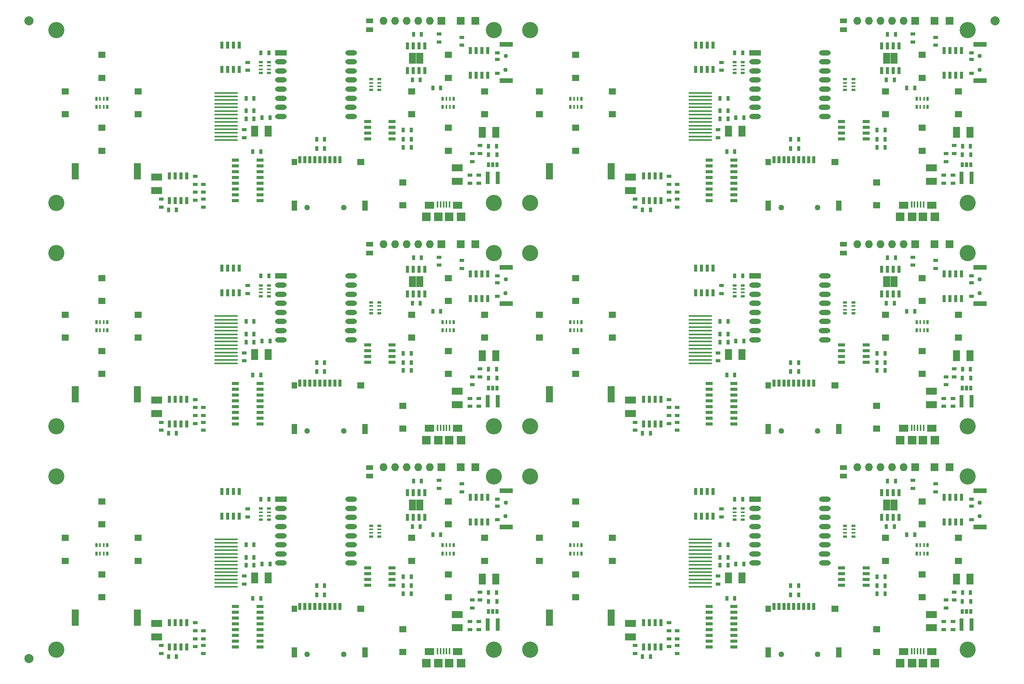
<source format=gbr>
G04 #@! TF.FileFunction,Soldermask,Top*
%FSLAX46Y46*%
G04 Gerber Fmt 4.6, Leading zero omitted, Abs format (unit mm)*
G04 Created by KiCad (PCBNEW 4.0.4-snap1-stable) date Fri May 24 02:00:32 2019*
%MOMM*%
%LPD*%
G01*
G04 APERTURE LIST*
%ADD10C,0.150000*%
%ADD11R,1.750000X1.750000*%
%ADD12O,1.750000X1.750000*%
%ADD13R,2.450000X1.510000*%
%ADD14R,1.510000X2.450000*%
%ADD15R,1.050000X0.720000*%
%ADD16R,0.650000X1.600000*%
%ADD17R,0.700000X1.110000*%
%ADD18R,0.720000X1.050000*%
%ADD19R,0.850000X2.750000*%
%ADD20R,1.650000X1.250000*%
%ADD21R,1.550000X1.020000*%
%ADD22R,2.150000X1.650000*%
%ADD23R,1.950000X1.950000*%
%ADD24R,0.450000X1.400000*%
%ADD25R,1.850000X1.950000*%
%ADD26R,2.850000X1.050000*%
%ADD27R,1.050000X0.750000*%
%ADD28C,0.950000*%
%ADD29R,0.850000X0.550000*%
%ADD30R,0.850000X0.450000*%
%ADD31R,2.550000X1.150000*%
%ADD32O,2.550000X1.150000*%
%ADD33R,1.600000X0.650000*%
%ADD34R,1.650000X3.650000*%
%ADD35C,1.250000*%
%ADD36R,0.750000X1.650000*%
%ADD37R,0.650000X1.650000*%
%ADD38R,1.250000X2.250000*%
%ADD39R,1.650000X1.450000*%
%ADD40R,1.150000X1.450000*%
%ADD41R,0.550000X0.850000*%
%ADD42R,0.450000X0.850000*%
%ADD43R,1.550000X1.450000*%
%ADD44R,1.550000X0.650000*%
%ADD45R,5.050000X0.450000*%
%ADD46C,3.550000*%
%ADD47C,2.000000*%
G04 APERTURE END LIST*
D10*
D11*
X193750000Y-70000000D03*
X197000000Y-70000000D03*
X189500000Y-70000000D03*
D12*
X186960000Y-70000000D03*
X184420000Y-70000000D03*
X181880000Y-70000000D03*
X179340000Y-70000000D03*
X176800000Y-70000000D03*
D13*
X193000000Y-105230000D03*
X193000000Y-102270000D03*
D14*
X198520000Y-94500000D03*
X201480000Y-94500000D03*
D15*
X197750000Y-105625000D03*
X197750000Y-103875000D03*
X195750000Y-105625000D03*
X195750000Y-103875000D03*
D16*
X199655000Y-76550000D03*
X198385000Y-76550000D03*
X197115000Y-76550000D03*
X195845000Y-76550000D03*
X195845000Y-81950000D03*
X197115000Y-81950000D03*
X198385000Y-81950000D03*
X199655000Y-81950000D03*
D15*
X194000000Y-75375000D03*
X194000000Y-73625000D03*
D17*
X199800000Y-101600000D03*
X200750000Y-101600000D03*
X201700000Y-101600000D03*
X201700000Y-99400000D03*
X199800000Y-99400000D03*
D15*
X196250000Y-99125000D03*
X196250000Y-100875000D03*
X198000000Y-99125000D03*
X198000000Y-97375000D03*
D18*
X199875000Y-97500000D03*
X201625000Y-97500000D03*
D15*
X189000000Y-72875000D03*
X189000000Y-74625000D03*
D19*
X201850000Y-104500000D03*
X199650000Y-104500000D03*
D16*
X182095000Y-80950000D03*
X183365000Y-80950000D03*
X184635000Y-80950000D03*
X185905000Y-80950000D03*
X185905000Y-75550000D03*
X184635000Y-75550000D03*
X183365000Y-75550000D03*
X182095000Y-75550000D03*
D20*
X184800000Y-77650000D03*
X183200000Y-77650000D03*
X184800000Y-78850000D03*
X183200000Y-78850000D03*
D21*
X173750000Y-71955000D03*
X173750000Y-70045000D03*
D18*
X183125000Y-83000000D03*
X184875000Y-83000000D03*
X183375000Y-73000000D03*
X185125000Y-73000000D03*
D22*
X186900000Y-110450000D03*
X193100000Y-110450000D03*
D23*
X188800000Y-113000000D03*
X191200000Y-113000000D03*
D24*
X188700000Y-110325000D03*
X189350000Y-110325000D03*
X190000000Y-110325000D03*
X190650000Y-110325000D03*
X191300000Y-110325000D03*
D25*
X186200000Y-113000000D03*
X193800000Y-113000000D03*
D26*
X203700000Y-83100000D03*
D27*
X201800000Y-81500000D03*
X201800000Y-77000000D03*
X201800000Y-78500000D03*
D26*
X203700000Y-75150000D03*
D28*
X203600000Y-80750000D03*
X203650000Y-77750000D03*
D29*
X149850000Y-79050000D03*
D30*
X149850000Y-80650000D03*
X149850000Y-79850000D03*
D29*
X149850000Y-81450000D03*
D30*
X151650000Y-79850000D03*
D29*
X151650000Y-79050000D03*
D30*
X151650000Y-80650000D03*
D29*
X151650000Y-81450000D03*
X175900000Y-85200000D03*
D30*
X175900000Y-83600000D03*
X175900000Y-84400000D03*
D29*
X175900000Y-82800000D03*
D30*
X174100000Y-84400000D03*
D29*
X174100000Y-85200000D03*
D30*
X174100000Y-83600000D03*
D29*
X174100000Y-82800000D03*
D18*
X149875000Y-77000000D03*
X151625000Y-77000000D03*
X187625000Y-84750000D03*
X189375000Y-84750000D03*
D14*
X148520000Y-94250000D03*
X151480000Y-94250000D03*
D18*
X150125000Y-91250000D03*
X151875000Y-91250000D03*
D31*
X154300000Y-77000000D03*
D32*
X154300000Y-79000000D03*
X154300000Y-81000000D03*
X154300000Y-83000000D03*
X154300000Y-85000000D03*
X154300000Y-87000000D03*
X154300000Y-89000000D03*
X154300000Y-91000000D03*
X169700000Y-91000000D03*
X169600000Y-89000000D03*
X169700000Y-87000000D03*
X169700000Y-85000000D03*
X169700000Y-83000000D03*
X169700000Y-81000000D03*
X169700000Y-79000000D03*
X169700000Y-77000000D03*
D15*
X147000000Y-79125000D03*
X147000000Y-80875000D03*
D16*
X145155000Y-75300000D03*
X143885000Y-75300000D03*
X142615000Y-75300000D03*
X141345000Y-75300000D03*
X141345000Y-80700000D03*
X142615000Y-80700000D03*
X143885000Y-80700000D03*
X145155000Y-80700000D03*
D18*
X182875000Y-94000000D03*
X181125000Y-94000000D03*
X182875000Y-96000000D03*
X181125000Y-96000000D03*
X182875000Y-97750000D03*
X181125000Y-97750000D03*
D33*
X173300000Y-92095000D03*
X173300000Y-93365000D03*
X173300000Y-94635000D03*
X173300000Y-95905000D03*
X178700000Y-95905000D03*
X178700000Y-94635000D03*
X178700000Y-93365000D03*
X178700000Y-92095000D03*
D18*
X129625000Y-111500000D03*
X131375000Y-111500000D03*
D15*
X135500000Y-105875000D03*
X135500000Y-104125000D03*
X135500000Y-109375000D03*
X135500000Y-107625000D03*
X137250000Y-107625000D03*
X137250000Y-105875000D03*
X137250000Y-109125000D03*
X137250000Y-110875000D03*
D13*
X127000000Y-104270000D03*
X127000000Y-107230000D03*
D15*
X128000000Y-110875000D03*
X128000000Y-109125000D03*
D16*
X129845000Y-109450000D03*
X131115000Y-109450000D03*
X132385000Y-109450000D03*
X133655000Y-109450000D03*
X133655000Y-104050000D03*
X132385000Y-104050000D03*
X131115000Y-104050000D03*
X129845000Y-104050000D03*
D34*
X122800000Y-103000000D03*
X109200000Y-103000000D03*
D18*
X162125000Y-96000000D03*
X163875000Y-96000000D03*
X162125000Y-98000000D03*
X163875000Y-98000000D03*
D35*
X160070000Y-111000000D03*
X168050000Y-111000000D03*
D36*
X167250000Y-100500000D03*
X166150000Y-100500000D03*
X165050000Y-100500000D03*
X163950000Y-100500000D03*
X162850000Y-100500000D03*
X161750000Y-100500000D03*
X160650000Y-100500000D03*
X159550000Y-100500000D03*
D37*
X158450000Y-100500000D03*
D38*
X172750000Y-110600000D03*
X157250000Y-110600000D03*
D39*
X171850000Y-101000000D03*
D40*
X157250000Y-101000000D03*
D41*
X116200000Y-87100000D03*
D42*
X114600000Y-87100000D03*
X115400000Y-87100000D03*
D41*
X113800000Y-87100000D03*
D42*
X115400000Y-88900000D03*
D41*
X116200000Y-88900000D03*
D42*
X114600000Y-88900000D03*
D41*
X113800000Y-88900000D03*
X192200000Y-87100000D03*
D42*
X190600000Y-87100000D03*
X191400000Y-87100000D03*
D41*
X189800000Y-87100000D03*
D42*
X191400000Y-88900000D03*
D41*
X192200000Y-88900000D03*
D42*
X190600000Y-88900000D03*
D41*
X189800000Y-88900000D03*
D43*
X115000000Y-77500000D03*
X115000000Y-82500000D03*
X123000000Y-85500000D03*
X123000000Y-90500000D03*
X107000000Y-85500000D03*
X107000000Y-90500000D03*
X115000000Y-93500000D03*
X115000000Y-98500000D03*
X191000000Y-93500000D03*
X191000000Y-98500000D03*
X199000000Y-85500000D03*
X199000000Y-90500000D03*
X191000000Y-77500000D03*
X191000000Y-82500000D03*
X183000000Y-85500000D03*
X183000000Y-90500000D03*
X181000000Y-105500000D03*
X181000000Y-110500000D03*
D18*
X148125000Y-98750000D03*
X149875000Y-98750000D03*
D44*
X144300000Y-100555000D03*
X144300000Y-101825000D03*
X144300000Y-103095000D03*
X144300000Y-104365000D03*
X144300000Y-105635000D03*
X144300000Y-106905000D03*
X144300000Y-108175000D03*
X144300000Y-109445000D03*
X149700000Y-109445000D03*
X149700000Y-108175000D03*
X149700000Y-106905000D03*
X149700000Y-105635000D03*
X149700000Y-104365000D03*
X149700000Y-103095000D03*
X149700000Y-101825000D03*
X149700000Y-100555000D03*
D15*
X146250000Y-95625000D03*
X146250000Y-93875000D03*
D18*
X148375000Y-91500000D03*
X146625000Y-91500000D03*
X148375000Y-89750000D03*
X146625000Y-89750000D03*
X148375000Y-87000000D03*
X146625000Y-87000000D03*
D45*
X142300000Y-85800000D03*
X142300000Y-86600000D03*
X142300000Y-87400000D03*
X142300000Y-88200000D03*
X142300000Y-89000000D03*
X142300000Y-89800000D03*
X142300000Y-90600000D03*
X142300000Y-91400000D03*
X142300000Y-92200000D03*
X142300000Y-93000000D03*
X142300000Y-93800000D03*
X142300000Y-94600000D03*
X142300000Y-95400000D03*
X142300000Y-96200000D03*
D46*
X105000000Y-72000000D03*
X105000000Y-110000000D03*
X201000000Y-72000000D03*
X201000000Y-110000000D03*
D11*
X297750000Y-70000000D03*
X301000000Y-70000000D03*
X293500000Y-70000000D03*
D12*
X290960000Y-70000000D03*
X288420000Y-70000000D03*
X285880000Y-70000000D03*
X283340000Y-70000000D03*
X280800000Y-70000000D03*
D13*
X297000000Y-105230000D03*
X297000000Y-102270000D03*
D14*
X302520000Y-94500000D03*
X305480000Y-94500000D03*
D15*
X301750000Y-105625000D03*
X301750000Y-103875000D03*
X299750000Y-105625000D03*
X299750000Y-103875000D03*
D16*
X303655000Y-76550000D03*
X302385000Y-76550000D03*
X301115000Y-76550000D03*
X299845000Y-76550000D03*
X299845000Y-81950000D03*
X301115000Y-81950000D03*
X302385000Y-81950000D03*
X303655000Y-81950000D03*
D15*
X298000000Y-75375000D03*
X298000000Y-73625000D03*
D17*
X303800000Y-101600000D03*
X304750000Y-101600000D03*
X305700000Y-101600000D03*
X305700000Y-99400000D03*
X303800000Y-99400000D03*
D15*
X300250000Y-99125000D03*
X300250000Y-100875000D03*
X302000000Y-99125000D03*
X302000000Y-97375000D03*
D18*
X303875000Y-97500000D03*
X305625000Y-97500000D03*
D15*
X293000000Y-72875000D03*
X293000000Y-74625000D03*
D19*
X305850000Y-104500000D03*
X303650000Y-104500000D03*
D16*
X286095000Y-80950000D03*
X287365000Y-80950000D03*
X288635000Y-80950000D03*
X289905000Y-80950000D03*
X289905000Y-75550000D03*
X288635000Y-75550000D03*
X287365000Y-75550000D03*
X286095000Y-75550000D03*
D20*
X288800000Y-77650000D03*
X287200000Y-77650000D03*
X288800000Y-78850000D03*
X287200000Y-78850000D03*
D21*
X277750000Y-71955000D03*
X277750000Y-70045000D03*
D18*
X287125000Y-83000000D03*
X288875000Y-83000000D03*
X287375000Y-73000000D03*
X289125000Y-73000000D03*
D22*
X290900000Y-110450000D03*
X297100000Y-110450000D03*
D23*
X292800000Y-113000000D03*
X295200000Y-113000000D03*
D24*
X292700000Y-110325000D03*
X293350000Y-110325000D03*
X294000000Y-110325000D03*
X294650000Y-110325000D03*
X295300000Y-110325000D03*
D25*
X290200000Y-113000000D03*
X297800000Y-113000000D03*
D26*
X307700000Y-83100000D03*
D27*
X305800000Y-81500000D03*
X305800000Y-77000000D03*
X305800000Y-78500000D03*
D26*
X307700000Y-75150000D03*
D28*
X307600000Y-80750000D03*
X307650000Y-77750000D03*
D29*
X253850000Y-79050000D03*
D30*
X253850000Y-80650000D03*
X253850000Y-79850000D03*
D29*
X253850000Y-81450000D03*
D30*
X255650000Y-79850000D03*
D29*
X255650000Y-79050000D03*
D30*
X255650000Y-80650000D03*
D29*
X255650000Y-81450000D03*
X279900000Y-85200000D03*
D30*
X279900000Y-83600000D03*
X279900000Y-84400000D03*
D29*
X279900000Y-82800000D03*
D30*
X278100000Y-84400000D03*
D29*
X278100000Y-85200000D03*
D30*
X278100000Y-83600000D03*
D29*
X278100000Y-82800000D03*
D18*
X253875000Y-77000000D03*
X255625000Y-77000000D03*
X291625000Y-84750000D03*
X293375000Y-84750000D03*
D14*
X252520000Y-94250000D03*
X255480000Y-94250000D03*
D18*
X254125000Y-91250000D03*
X255875000Y-91250000D03*
D31*
X258300000Y-77000000D03*
D32*
X258300000Y-79000000D03*
X258300000Y-81000000D03*
X258300000Y-83000000D03*
X258300000Y-85000000D03*
X258300000Y-87000000D03*
X258300000Y-89000000D03*
X258300000Y-91000000D03*
X273700000Y-91000000D03*
X273600000Y-89000000D03*
X273700000Y-87000000D03*
X273700000Y-85000000D03*
X273700000Y-83000000D03*
X273700000Y-81000000D03*
X273700000Y-79000000D03*
X273700000Y-77000000D03*
D15*
X251000000Y-79125000D03*
X251000000Y-80875000D03*
D16*
X249155000Y-75300000D03*
X247885000Y-75300000D03*
X246615000Y-75300000D03*
X245345000Y-75300000D03*
X245345000Y-80700000D03*
X246615000Y-80700000D03*
X247885000Y-80700000D03*
X249155000Y-80700000D03*
D18*
X286875000Y-94000000D03*
X285125000Y-94000000D03*
X286875000Y-96000000D03*
X285125000Y-96000000D03*
X286875000Y-97750000D03*
X285125000Y-97750000D03*
D33*
X277300000Y-92095000D03*
X277300000Y-93365000D03*
X277300000Y-94635000D03*
X277300000Y-95905000D03*
X282700000Y-95905000D03*
X282700000Y-94635000D03*
X282700000Y-93365000D03*
X282700000Y-92095000D03*
D18*
X233625000Y-111500000D03*
X235375000Y-111500000D03*
D15*
X239500000Y-105875000D03*
X239500000Y-104125000D03*
X239500000Y-109375000D03*
X239500000Y-107625000D03*
X241250000Y-107625000D03*
X241250000Y-105875000D03*
X241250000Y-109125000D03*
X241250000Y-110875000D03*
D13*
X231000000Y-104270000D03*
X231000000Y-107230000D03*
D15*
X232000000Y-110875000D03*
X232000000Y-109125000D03*
D16*
X233845000Y-109450000D03*
X235115000Y-109450000D03*
X236385000Y-109450000D03*
X237655000Y-109450000D03*
X237655000Y-104050000D03*
X236385000Y-104050000D03*
X235115000Y-104050000D03*
X233845000Y-104050000D03*
D34*
X226800000Y-103000000D03*
X213200000Y-103000000D03*
D18*
X266125000Y-96000000D03*
X267875000Y-96000000D03*
X266125000Y-98000000D03*
X267875000Y-98000000D03*
D35*
X264070000Y-111000000D03*
X272050000Y-111000000D03*
D36*
X271250000Y-100500000D03*
X270150000Y-100500000D03*
X269050000Y-100500000D03*
X267950000Y-100500000D03*
X266850000Y-100500000D03*
X265750000Y-100500000D03*
X264650000Y-100500000D03*
X263550000Y-100500000D03*
D37*
X262450000Y-100500000D03*
D38*
X276750000Y-110600000D03*
X261250000Y-110600000D03*
D39*
X275850000Y-101000000D03*
D40*
X261250000Y-101000000D03*
D41*
X220200000Y-87100000D03*
D42*
X218600000Y-87100000D03*
X219400000Y-87100000D03*
D41*
X217800000Y-87100000D03*
D42*
X219400000Y-88900000D03*
D41*
X220200000Y-88900000D03*
D42*
X218600000Y-88900000D03*
D41*
X217800000Y-88900000D03*
X296200000Y-87100000D03*
D42*
X294600000Y-87100000D03*
X295400000Y-87100000D03*
D41*
X293800000Y-87100000D03*
D42*
X295400000Y-88900000D03*
D41*
X296200000Y-88900000D03*
D42*
X294600000Y-88900000D03*
D41*
X293800000Y-88900000D03*
D43*
X219000000Y-77500000D03*
X219000000Y-82500000D03*
X227000000Y-85500000D03*
X227000000Y-90500000D03*
X211000000Y-85500000D03*
X211000000Y-90500000D03*
X219000000Y-93500000D03*
X219000000Y-98500000D03*
X295000000Y-93500000D03*
X295000000Y-98500000D03*
X303000000Y-85500000D03*
X303000000Y-90500000D03*
X295000000Y-77500000D03*
X295000000Y-82500000D03*
X287000000Y-85500000D03*
X287000000Y-90500000D03*
X285000000Y-105500000D03*
X285000000Y-110500000D03*
D18*
X252125000Y-98750000D03*
X253875000Y-98750000D03*
D44*
X248300000Y-100555000D03*
X248300000Y-101825000D03*
X248300000Y-103095000D03*
X248300000Y-104365000D03*
X248300000Y-105635000D03*
X248300000Y-106905000D03*
X248300000Y-108175000D03*
X248300000Y-109445000D03*
X253700000Y-109445000D03*
X253700000Y-108175000D03*
X253700000Y-106905000D03*
X253700000Y-105635000D03*
X253700000Y-104365000D03*
X253700000Y-103095000D03*
X253700000Y-101825000D03*
X253700000Y-100555000D03*
D15*
X250250000Y-95625000D03*
X250250000Y-93875000D03*
D18*
X252375000Y-91500000D03*
X250625000Y-91500000D03*
X252375000Y-89750000D03*
X250625000Y-89750000D03*
X252375000Y-87000000D03*
X250625000Y-87000000D03*
D45*
X246300000Y-85800000D03*
X246300000Y-86600000D03*
X246300000Y-87400000D03*
X246300000Y-88200000D03*
X246300000Y-89000000D03*
X246300000Y-89800000D03*
X246300000Y-90600000D03*
X246300000Y-91400000D03*
X246300000Y-92200000D03*
X246300000Y-93000000D03*
X246300000Y-93800000D03*
X246300000Y-94600000D03*
X246300000Y-95400000D03*
X246300000Y-96200000D03*
D46*
X209000000Y-72000000D03*
X209000000Y-110000000D03*
X305000000Y-72000000D03*
X305000000Y-110000000D03*
D11*
X193750000Y-119000000D03*
X197000000Y-119000000D03*
X189500000Y-119000000D03*
D12*
X186960000Y-119000000D03*
X184420000Y-119000000D03*
X181880000Y-119000000D03*
X179340000Y-119000000D03*
X176800000Y-119000000D03*
D13*
X193000000Y-154230000D03*
X193000000Y-151270000D03*
D14*
X198520000Y-143500000D03*
X201480000Y-143500000D03*
D15*
X197750000Y-154625000D03*
X197750000Y-152875000D03*
X195750000Y-154625000D03*
X195750000Y-152875000D03*
D16*
X199655000Y-125550000D03*
X198385000Y-125550000D03*
X197115000Y-125550000D03*
X195845000Y-125550000D03*
X195845000Y-130950000D03*
X197115000Y-130950000D03*
X198385000Y-130950000D03*
X199655000Y-130950000D03*
D15*
X194000000Y-124375000D03*
X194000000Y-122625000D03*
D17*
X199800000Y-150600000D03*
X200750000Y-150600000D03*
X201700000Y-150600000D03*
X201700000Y-148400000D03*
X199800000Y-148400000D03*
D15*
X196250000Y-148125000D03*
X196250000Y-149875000D03*
X198000000Y-148125000D03*
X198000000Y-146375000D03*
D18*
X199875000Y-146500000D03*
X201625000Y-146500000D03*
D15*
X189000000Y-121875000D03*
X189000000Y-123625000D03*
D19*
X201850000Y-153500000D03*
X199650000Y-153500000D03*
D16*
X182095000Y-129950000D03*
X183365000Y-129950000D03*
X184635000Y-129950000D03*
X185905000Y-129950000D03*
X185905000Y-124550000D03*
X184635000Y-124550000D03*
X183365000Y-124550000D03*
X182095000Y-124550000D03*
D20*
X184800000Y-126650000D03*
X183200000Y-126650000D03*
X184800000Y-127850000D03*
X183200000Y-127850000D03*
D21*
X173750000Y-120955000D03*
X173750000Y-119045000D03*
D18*
X183125000Y-132000000D03*
X184875000Y-132000000D03*
X183375000Y-122000000D03*
X185125000Y-122000000D03*
D22*
X186900000Y-159450000D03*
X193100000Y-159450000D03*
D23*
X188800000Y-162000000D03*
X191200000Y-162000000D03*
D24*
X188700000Y-159325000D03*
X189350000Y-159325000D03*
X190000000Y-159325000D03*
X190650000Y-159325000D03*
X191300000Y-159325000D03*
D25*
X186200000Y-162000000D03*
X193800000Y-162000000D03*
D26*
X203700000Y-132100000D03*
D27*
X201800000Y-130500000D03*
X201800000Y-126000000D03*
X201800000Y-127500000D03*
D26*
X203700000Y-124150000D03*
D28*
X203600000Y-129750000D03*
X203650000Y-126750000D03*
D29*
X149850000Y-128050000D03*
D30*
X149850000Y-129650000D03*
X149850000Y-128850000D03*
D29*
X149850000Y-130450000D03*
D30*
X151650000Y-128850000D03*
D29*
X151650000Y-128050000D03*
D30*
X151650000Y-129650000D03*
D29*
X151650000Y-130450000D03*
X175900000Y-134200000D03*
D30*
X175900000Y-132600000D03*
X175900000Y-133400000D03*
D29*
X175900000Y-131800000D03*
D30*
X174100000Y-133400000D03*
D29*
X174100000Y-134200000D03*
D30*
X174100000Y-132600000D03*
D29*
X174100000Y-131800000D03*
D18*
X149875000Y-126000000D03*
X151625000Y-126000000D03*
X187625000Y-133750000D03*
X189375000Y-133750000D03*
D14*
X148520000Y-143250000D03*
X151480000Y-143250000D03*
D18*
X150125000Y-140250000D03*
X151875000Y-140250000D03*
D31*
X154300000Y-126000000D03*
D32*
X154300000Y-128000000D03*
X154300000Y-130000000D03*
X154300000Y-132000000D03*
X154300000Y-134000000D03*
X154300000Y-136000000D03*
X154300000Y-138000000D03*
X154300000Y-140000000D03*
X169700000Y-140000000D03*
X169600000Y-138000000D03*
X169700000Y-136000000D03*
X169700000Y-134000000D03*
X169700000Y-132000000D03*
X169700000Y-130000000D03*
X169700000Y-128000000D03*
X169700000Y-126000000D03*
D15*
X147000000Y-128125000D03*
X147000000Y-129875000D03*
D16*
X145155000Y-124300000D03*
X143885000Y-124300000D03*
X142615000Y-124300000D03*
X141345000Y-124300000D03*
X141345000Y-129700000D03*
X142615000Y-129700000D03*
X143885000Y-129700000D03*
X145155000Y-129700000D03*
D18*
X182875000Y-143000000D03*
X181125000Y-143000000D03*
X182875000Y-145000000D03*
X181125000Y-145000000D03*
X182875000Y-146750000D03*
X181125000Y-146750000D03*
D33*
X173300000Y-141095000D03*
X173300000Y-142365000D03*
X173300000Y-143635000D03*
X173300000Y-144905000D03*
X178700000Y-144905000D03*
X178700000Y-143635000D03*
X178700000Y-142365000D03*
X178700000Y-141095000D03*
D18*
X129625000Y-160500000D03*
X131375000Y-160500000D03*
D15*
X135500000Y-154875000D03*
X135500000Y-153125000D03*
X135500000Y-158375000D03*
X135500000Y-156625000D03*
X137250000Y-156625000D03*
X137250000Y-154875000D03*
X137250000Y-158125000D03*
X137250000Y-159875000D03*
D13*
X127000000Y-153270000D03*
X127000000Y-156230000D03*
D15*
X128000000Y-159875000D03*
X128000000Y-158125000D03*
D16*
X129845000Y-158450000D03*
X131115000Y-158450000D03*
X132385000Y-158450000D03*
X133655000Y-158450000D03*
X133655000Y-153050000D03*
X132385000Y-153050000D03*
X131115000Y-153050000D03*
X129845000Y-153050000D03*
D34*
X122800000Y-152000000D03*
X109200000Y-152000000D03*
D18*
X162125000Y-145000000D03*
X163875000Y-145000000D03*
X162125000Y-147000000D03*
X163875000Y-147000000D03*
D35*
X160070000Y-160000000D03*
X168050000Y-160000000D03*
D36*
X167250000Y-149500000D03*
X166150000Y-149500000D03*
X165050000Y-149500000D03*
X163950000Y-149500000D03*
X162850000Y-149500000D03*
X161750000Y-149500000D03*
X160650000Y-149500000D03*
X159550000Y-149500000D03*
D37*
X158450000Y-149500000D03*
D38*
X172750000Y-159600000D03*
X157250000Y-159600000D03*
D39*
X171850000Y-150000000D03*
D40*
X157250000Y-150000000D03*
D41*
X116200000Y-136100000D03*
D42*
X114600000Y-136100000D03*
X115400000Y-136100000D03*
D41*
X113800000Y-136100000D03*
D42*
X115400000Y-137900000D03*
D41*
X116200000Y-137900000D03*
D42*
X114600000Y-137900000D03*
D41*
X113800000Y-137900000D03*
X192200000Y-136100000D03*
D42*
X190600000Y-136100000D03*
X191400000Y-136100000D03*
D41*
X189800000Y-136100000D03*
D42*
X191400000Y-137900000D03*
D41*
X192200000Y-137900000D03*
D42*
X190600000Y-137900000D03*
D41*
X189800000Y-137900000D03*
D43*
X115000000Y-126500000D03*
X115000000Y-131500000D03*
X123000000Y-134500000D03*
X123000000Y-139500000D03*
X107000000Y-134500000D03*
X107000000Y-139500000D03*
X115000000Y-142500000D03*
X115000000Y-147500000D03*
X191000000Y-142500000D03*
X191000000Y-147500000D03*
X199000000Y-134500000D03*
X199000000Y-139500000D03*
X191000000Y-126500000D03*
X191000000Y-131500000D03*
X183000000Y-134500000D03*
X183000000Y-139500000D03*
X181000000Y-154500000D03*
X181000000Y-159500000D03*
D18*
X148125000Y-147750000D03*
X149875000Y-147750000D03*
D44*
X144300000Y-149555000D03*
X144300000Y-150825000D03*
X144300000Y-152095000D03*
X144300000Y-153365000D03*
X144300000Y-154635000D03*
X144300000Y-155905000D03*
X144300000Y-157175000D03*
X144300000Y-158445000D03*
X149700000Y-158445000D03*
X149700000Y-157175000D03*
X149700000Y-155905000D03*
X149700000Y-154635000D03*
X149700000Y-153365000D03*
X149700000Y-152095000D03*
X149700000Y-150825000D03*
X149700000Y-149555000D03*
D15*
X146250000Y-144625000D03*
X146250000Y-142875000D03*
D18*
X148375000Y-140500000D03*
X146625000Y-140500000D03*
X148375000Y-138750000D03*
X146625000Y-138750000D03*
X148375000Y-136000000D03*
X146625000Y-136000000D03*
D45*
X142300000Y-134800000D03*
X142300000Y-135600000D03*
X142300000Y-136400000D03*
X142300000Y-137200000D03*
X142300000Y-138000000D03*
X142300000Y-138800000D03*
X142300000Y-139600000D03*
X142300000Y-140400000D03*
X142300000Y-141200000D03*
X142300000Y-142000000D03*
X142300000Y-142800000D03*
X142300000Y-143600000D03*
X142300000Y-144400000D03*
X142300000Y-145200000D03*
D46*
X105000000Y-121000000D03*
X105000000Y-159000000D03*
X201000000Y-121000000D03*
X201000000Y-159000000D03*
D11*
X297750000Y-119000000D03*
X301000000Y-119000000D03*
X293500000Y-119000000D03*
D12*
X290960000Y-119000000D03*
X288420000Y-119000000D03*
X285880000Y-119000000D03*
X283340000Y-119000000D03*
X280800000Y-119000000D03*
D13*
X297000000Y-154230000D03*
X297000000Y-151270000D03*
D14*
X302520000Y-143500000D03*
X305480000Y-143500000D03*
D15*
X301750000Y-154625000D03*
X301750000Y-152875000D03*
X299750000Y-154625000D03*
X299750000Y-152875000D03*
D16*
X303655000Y-125550000D03*
X302385000Y-125550000D03*
X301115000Y-125550000D03*
X299845000Y-125550000D03*
X299845000Y-130950000D03*
X301115000Y-130950000D03*
X302385000Y-130950000D03*
X303655000Y-130950000D03*
D15*
X298000000Y-124375000D03*
X298000000Y-122625000D03*
D17*
X303800000Y-150600000D03*
X304750000Y-150600000D03*
X305700000Y-150600000D03*
X305700000Y-148400000D03*
X303800000Y-148400000D03*
D15*
X300250000Y-148125000D03*
X300250000Y-149875000D03*
X302000000Y-148125000D03*
X302000000Y-146375000D03*
D18*
X303875000Y-146500000D03*
X305625000Y-146500000D03*
D15*
X293000000Y-121875000D03*
X293000000Y-123625000D03*
D19*
X305850000Y-153500000D03*
X303650000Y-153500000D03*
D16*
X286095000Y-129950000D03*
X287365000Y-129950000D03*
X288635000Y-129950000D03*
X289905000Y-129950000D03*
X289905000Y-124550000D03*
X288635000Y-124550000D03*
X287365000Y-124550000D03*
X286095000Y-124550000D03*
D20*
X288800000Y-126650000D03*
X287200000Y-126650000D03*
X288800000Y-127850000D03*
X287200000Y-127850000D03*
D21*
X277750000Y-120955000D03*
X277750000Y-119045000D03*
D18*
X287125000Y-132000000D03*
X288875000Y-132000000D03*
X287375000Y-122000000D03*
X289125000Y-122000000D03*
D22*
X290900000Y-159450000D03*
X297100000Y-159450000D03*
D23*
X292800000Y-162000000D03*
X295200000Y-162000000D03*
D24*
X292700000Y-159325000D03*
X293350000Y-159325000D03*
X294000000Y-159325000D03*
X294650000Y-159325000D03*
X295300000Y-159325000D03*
D25*
X290200000Y-162000000D03*
X297800000Y-162000000D03*
D26*
X307700000Y-132100000D03*
D27*
X305800000Y-130500000D03*
X305800000Y-126000000D03*
X305800000Y-127500000D03*
D26*
X307700000Y-124150000D03*
D28*
X307600000Y-129750000D03*
X307650000Y-126750000D03*
D29*
X253850000Y-128050000D03*
D30*
X253850000Y-129650000D03*
X253850000Y-128850000D03*
D29*
X253850000Y-130450000D03*
D30*
X255650000Y-128850000D03*
D29*
X255650000Y-128050000D03*
D30*
X255650000Y-129650000D03*
D29*
X255650000Y-130450000D03*
X279900000Y-134200000D03*
D30*
X279900000Y-132600000D03*
X279900000Y-133400000D03*
D29*
X279900000Y-131800000D03*
D30*
X278100000Y-133400000D03*
D29*
X278100000Y-134200000D03*
D30*
X278100000Y-132600000D03*
D29*
X278100000Y-131800000D03*
D18*
X253875000Y-126000000D03*
X255625000Y-126000000D03*
X291625000Y-133750000D03*
X293375000Y-133750000D03*
D14*
X252520000Y-143250000D03*
X255480000Y-143250000D03*
D18*
X254125000Y-140250000D03*
X255875000Y-140250000D03*
D31*
X258300000Y-126000000D03*
D32*
X258300000Y-128000000D03*
X258300000Y-130000000D03*
X258300000Y-132000000D03*
X258300000Y-134000000D03*
X258300000Y-136000000D03*
X258300000Y-138000000D03*
X258300000Y-140000000D03*
X273700000Y-140000000D03*
X273600000Y-138000000D03*
X273700000Y-136000000D03*
X273700000Y-134000000D03*
X273700000Y-132000000D03*
X273700000Y-130000000D03*
X273700000Y-128000000D03*
X273700000Y-126000000D03*
D15*
X251000000Y-128125000D03*
X251000000Y-129875000D03*
D16*
X249155000Y-124300000D03*
X247885000Y-124300000D03*
X246615000Y-124300000D03*
X245345000Y-124300000D03*
X245345000Y-129700000D03*
X246615000Y-129700000D03*
X247885000Y-129700000D03*
X249155000Y-129700000D03*
D18*
X286875000Y-143000000D03*
X285125000Y-143000000D03*
X286875000Y-145000000D03*
X285125000Y-145000000D03*
X286875000Y-146750000D03*
X285125000Y-146750000D03*
D33*
X277300000Y-141095000D03*
X277300000Y-142365000D03*
X277300000Y-143635000D03*
X277300000Y-144905000D03*
X282700000Y-144905000D03*
X282700000Y-143635000D03*
X282700000Y-142365000D03*
X282700000Y-141095000D03*
D18*
X233625000Y-160500000D03*
X235375000Y-160500000D03*
D15*
X239500000Y-154875000D03*
X239500000Y-153125000D03*
X239500000Y-158375000D03*
X239500000Y-156625000D03*
X241250000Y-156625000D03*
X241250000Y-154875000D03*
X241250000Y-158125000D03*
X241250000Y-159875000D03*
D13*
X231000000Y-153270000D03*
X231000000Y-156230000D03*
D15*
X232000000Y-159875000D03*
X232000000Y-158125000D03*
D16*
X233845000Y-158450000D03*
X235115000Y-158450000D03*
X236385000Y-158450000D03*
X237655000Y-158450000D03*
X237655000Y-153050000D03*
X236385000Y-153050000D03*
X235115000Y-153050000D03*
X233845000Y-153050000D03*
D34*
X226800000Y-152000000D03*
X213200000Y-152000000D03*
D18*
X266125000Y-145000000D03*
X267875000Y-145000000D03*
X266125000Y-147000000D03*
X267875000Y-147000000D03*
D35*
X264070000Y-160000000D03*
X272050000Y-160000000D03*
D36*
X271250000Y-149500000D03*
X270150000Y-149500000D03*
X269050000Y-149500000D03*
X267950000Y-149500000D03*
X266850000Y-149500000D03*
X265750000Y-149500000D03*
X264650000Y-149500000D03*
X263550000Y-149500000D03*
D37*
X262450000Y-149500000D03*
D38*
X276750000Y-159600000D03*
X261250000Y-159600000D03*
D39*
X275850000Y-150000000D03*
D40*
X261250000Y-150000000D03*
D41*
X220200000Y-136100000D03*
D42*
X218600000Y-136100000D03*
X219400000Y-136100000D03*
D41*
X217800000Y-136100000D03*
D42*
X219400000Y-137900000D03*
D41*
X220200000Y-137900000D03*
D42*
X218600000Y-137900000D03*
D41*
X217800000Y-137900000D03*
X296200000Y-136100000D03*
D42*
X294600000Y-136100000D03*
X295400000Y-136100000D03*
D41*
X293800000Y-136100000D03*
D42*
X295400000Y-137900000D03*
D41*
X296200000Y-137900000D03*
D42*
X294600000Y-137900000D03*
D41*
X293800000Y-137900000D03*
D43*
X219000000Y-126500000D03*
X219000000Y-131500000D03*
X227000000Y-134500000D03*
X227000000Y-139500000D03*
X211000000Y-134500000D03*
X211000000Y-139500000D03*
X219000000Y-142500000D03*
X219000000Y-147500000D03*
X295000000Y-142500000D03*
X295000000Y-147500000D03*
X303000000Y-134500000D03*
X303000000Y-139500000D03*
X295000000Y-126500000D03*
X295000000Y-131500000D03*
X287000000Y-134500000D03*
X287000000Y-139500000D03*
X285000000Y-154500000D03*
X285000000Y-159500000D03*
D18*
X252125000Y-147750000D03*
X253875000Y-147750000D03*
D44*
X248300000Y-149555000D03*
X248300000Y-150825000D03*
X248300000Y-152095000D03*
X248300000Y-153365000D03*
X248300000Y-154635000D03*
X248300000Y-155905000D03*
X248300000Y-157175000D03*
X248300000Y-158445000D03*
X253700000Y-158445000D03*
X253700000Y-157175000D03*
X253700000Y-155905000D03*
X253700000Y-154635000D03*
X253700000Y-153365000D03*
X253700000Y-152095000D03*
X253700000Y-150825000D03*
X253700000Y-149555000D03*
D15*
X250250000Y-144625000D03*
X250250000Y-142875000D03*
D18*
X252375000Y-140500000D03*
X250625000Y-140500000D03*
X252375000Y-138750000D03*
X250625000Y-138750000D03*
X252375000Y-136000000D03*
X250625000Y-136000000D03*
D45*
X246300000Y-134800000D03*
X246300000Y-135600000D03*
X246300000Y-136400000D03*
X246300000Y-137200000D03*
X246300000Y-138000000D03*
X246300000Y-138800000D03*
X246300000Y-139600000D03*
X246300000Y-140400000D03*
X246300000Y-141200000D03*
X246300000Y-142000000D03*
X246300000Y-142800000D03*
X246300000Y-143600000D03*
X246300000Y-144400000D03*
X246300000Y-145200000D03*
D46*
X209000000Y-121000000D03*
X209000000Y-159000000D03*
X305000000Y-121000000D03*
X305000000Y-159000000D03*
D11*
X193750000Y-168000000D03*
X197000000Y-168000000D03*
X189500000Y-168000000D03*
D12*
X186960000Y-168000000D03*
X184420000Y-168000000D03*
X181880000Y-168000000D03*
X179340000Y-168000000D03*
X176800000Y-168000000D03*
D13*
X193000000Y-203230000D03*
X193000000Y-200270000D03*
D14*
X198520000Y-192500000D03*
X201480000Y-192500000D03*
D15*
X197750000Y-203625000D03*
X197750000Y-201875000D03*
X195750000Y-203625000D03*
X195750000Y-201875000D03*
D16*
X199655000Y-174550000D03*
X198385000Y-174550000D03*
X197115000Y-174550000D03*
X195845000Y-174550000D03*
X195845000Y-179950000D03*
X197115000Y-179950000D03*
X198385000Y-179950000D03*
X199655000Y-179950000D03*
D15*
X194000000Y-173375000D03*
X194000000Y-171625000D03*
D17*
X199800000Y-199600000D03*
X200750000Y-199600000D03*
X201700000Y-199600000D03*
X201700000Y-197400000D03*
X199800000Y-197400000D03*
D15*
X196250000Y-197125000D03*
X196250000Y-198875000D03*
X198000000Y-197125000D03*
X198000000Y-195375000D03*
D18*
X199875000Y-195500000D03*
X201625000Y-195500000D03*
D15*
X189000000Y-170875000D03*
X189000000Y-172625000D03*
D19*
X201850000Y-202500000D03*
X199650000Y-202500000D03*
D16*
X182095000Y-178950000D03*
X183365000Y-178950000D03*
X184635000Y-178950000D03*
X185905000Y-178950000D03*
X185905000Y-173550000D03*
X184635000Y-173550000D03*
X183365000Y-173550000D03*
X182095000Y-173550000D03*
D20*
X184800000Y-175650000D03*
X183200000Y-175650000D03*
X184800000Y-176850000D03*
X183200000Y-176850000D03*
D21*
X173750000Y-169955000D03*
X173750000Y-168045000D03*
D18*
X183125000Y-181000000D03*
X184875000Y-181000000D03*
X183375000Y-171000000D03*
X185125000Y-171000000D03*
D22*
X186900000Y-208450000D03*
X193100000Y-208450000D03*
D23*
X188800000Y-211000000D03*
X191200000Y-211000000D03*
D24*
X188700000Y-208325000D03*
X189350000Y-208325000D03*
X190000000Y-208325000D03*
X190650000Y-208325000D03*
X191300000Y-208325000D03*
D25*
X186200000Y-211000000D03*
X193800000Y-211000000D03*
D26*
X203700000Y-181100000D03*
D27*
X201800000Y-179500000D03*
X201800000Y-175000000D03*
X201800000Y-176500000D03*
D26*
X203700000Y-173150000D03*
D28*
X203600000Y-178750000D03*
X203650000Y-175750000D03*
D29*
X149850000Y-177050000D03*
D30*
X149850000Y-178650000D03*
X149850000Y-177850000D03*
D29*
X149850000Y-179450000D03*
D30*
X151650000Y-177850000D03*
D29*
X151650000Y-177050000D03*
D30*
X151650000Y-178650000D03*
D29*
X151650000Y-179450000D03*
X175900000Y-183200000D03*
D30*
X175900000Y-181600000D03*
X175900000Y-182400000D03*
D29*
X175900000Y-180800000D03*
D30*
X174100000Y-182400000D03*
D29*
X174100000Y-183200000D03*
D30*
X174100000Y-181600000D03*
D29*
X174100000Y-180800000D03*
D18*
X149875000Y-175000000D03*
X151625000Y-175000000D03*
X187625000Y-182750000D03*
X189375000Y-182750000D03*
D14*
X148520000Y-192250000D03*
X151480000Y-192250000D03*
D18*
X150125000Y-189250000D03*
X151875000Y-189250000D03*
D31*
X154300000Y-175000000D03*
D32*
X154300000Y-177000000D03*
X154300000Y-179000000D03*
X154300000Y-181000000D03*
X154300000Y-183000000D03*
X154300000Y-185000000D03*
X154300000Y-187000000D03*
X154300000Y-189000000D03*
X169700000Y-189000000D03*
X169600000Y-187000000D03*
X169700000Y-185000000D03*
X169700000Y-183000000D03*
X169700000Y-181000000D03*
X169700000Y-179000000D03*
X169700000Y-177000000D03*
X169700000Y-175000000D03*
D15*
X147000000Y-177125000D03*
X147000000Y-178875000D03*
D16*
X145155000Y-173300000D03*
X143885000Y-173300000D03*
X142615000Y-173300000D03*
X141345000Y-173300000D03*
X141345000Y-178700000D03*
X142615000Y-178700000D03*
X143885000Y-178700000D03*
X145155000Y-178700000D03*
D18*
X182875000Y-192000000D03*
X181125000Y-192000000D03*
X182875000Y-194000000D03*
X181125000Y-194000000D03*
X182875000Y-195750000D03*
X181125000Y-195750000D03*
D33*
X173300000Y-190095000D03*
X173300000Y-191365000D03*
X173300000Y-192635000D03*
X173300000Y-193905000D03*
X178700000Y-193905000D03*
X178700000Y-192635000D03*
X178700000Y-191365000D03*
X178700000Y-190095000D03*
D18*
X129625000Y-209500000D03*
X131375000Y-209500000D03*
D15*
X135500000Y-203875000D03*
X135500000Y-202125000D03*
X135500000Y-207375000D03*
X135500000Y-205625000D03*
X137250000Y-205625000D03*
X137250000Y-203875000D03*
X137250000Y-207125000D03*
X137250000Y-208875000D03*
D13*
X127000000Y-202270000D03*
X127000000Y-205230000D03*
D15*
X128000000Y-208875000D03*
X128000000Y-207125000D03*
D16*
X129845000Y-207450000D03*
X131115000Y-207450000D03*
X132385000Y-207450000D03*
X133655000Y-207450000D03*
X133655000Y-202050000D03*
X132385000Y-202050000D03*
X131115000Y-202050000D03*
X129845000Y-202050000D03*
D34*
X122800000Y-201000000D03*
X109200000Y-201000000D03*
D18*
X162125000Y-194000000D03*
X163875000Y-194000000D03*
X162125000Y-196000000D03*
X163875000Y-196000000D03*
D35*
X160070000Y-209000000D03*
X168050000Y-209000000D03*
D36*
X167250000Y-198500000D03*
X166150000Y-198500000D03*
X165050000Y-198500000D03*
X163950000Y-198500000D03*
X162850000Y-198500000D03*
X161750000Y-198500000D03*
X160650000Y-198500000D03*
X159550000Y-198500000D03*
D37*
X158450000Y-198500000D03*
D38*
X172750000Y-208600000D03*
X157250000Y-208600000D03*
D39*
X171850000Y-199000000D03*
D40*
X157250000Y-199000000D03*
D41*
X116200000Y-185100000D03*
D42*
X114600000Y-185100000D03*
X115400000Y-185100000D03*
D41*
X113800000Y-185100000D03*
D42*
X115400000Y-186900000D03*
D41*
X116200000Y-186900000D03*
D42*
X114600000Y-186900000D03*
D41*
X113800000Y-186900000D03*
X192200000Y-185100000D03*
D42*
X190600000Y-185100000D03*
X191400000Y-185100000D03*
D41*
X189800000Y-185100000D03*
D42*
X191400000Y-186900000D03*
D41*
X192200000Y-186900000D03*
D42*
X190600000Y-186900000D03*
D41*
X189800000Y-186900000D03*
D43*
X115000000Y-175500000D03*
X115000000Y-180500000D03*
X123000000Y-183500000D03*
X123000000Y-188500000D03*
X107000000Y-183500000D03*
X107000000Y-188500000D03*
X115000000Y-191500000D03*
X115000000Y-196500000D03*
X191000000Y-191500000D03*
X191000000Y-196500000D03*
X199000000Y-183500000D03*
X199000000Y-188500000D03*
X191000000Y-175500000D03*
X191000000Y-180500000D03*
X183000000Y-183500000D03*
X183000000Y-188500000D03*
X181000000Y-203500000D03*
X181000000Y-208500000D03*
D18*
X148125000Y-196750000D03*
X149875000Y-196750000D03*
D44*
X144300000Y-198555000D03*
X144300000Y-199825000D03*
X144300000Y-201095000D03*
X144300000Y-202365000D03*
X144300000Y-203635000D03*
X144300000Y-204905000D03*
X144300000Y-206175000D03*
X144300000Y-207445000D03*
X149700000Y-207445000D03*
X149700000Y-206175000D03*
X149700000Y-204905000D03*
X149700000Y-203635000D03*
X149700000Y-202365000D03*
X149700000Y-201095000D03*
X149700000Y-199825000D03*
X149700000Y-198555000D03*
D15*
X146250000Y-193625000D03*
X146250000Y-191875000D03*
D18*
X148375000Y-189500000D03*
X146625000Y-189500000D03*
X148375000Y-187750000D03*
X146625000Y-187750000D03*
X148375000Y-185000000D03*
X146625000Y-185000000D03*
D45*
X142300000Y-183800000D03*
X142300000Y-184600000D03*
X142300000Y-185400000D03*
X142300000Y-186200000D03*
X142300000Y-187000000D03*
X142300000Y-187800000D03*
X142300000Y-188600000D03*
X142300000Y-189400000D03*
X142300000Y-190200000D03*
X142300000Y-191000000D03*
X142300000Y-191800000D03*
X142300000Y-192600000D03*
X142300000Y-193400000D03*
X142300000Y-194200000D03*
D46*
X105000000Y-170000000D03*
X105000000Y-208000000D03*
X201000000Y-170000000D03*
X201000000Y-208000000D03*
D11*
X297750000Y-168000000D03*
X301000000Y-168000000D03*
X293500000Y-168000000D03*
D12*
X290960000Y-168000000D03*
X288420000Y-168000000D03*
X285880000Y-168000000D03*
X283340000Y-168000000D03*
X280800000Y-168000000D03*
D13*
X297000000Y-203230000D03*
X297000000Y-200270000D03*
D14*
X302520000Y-192500000D03*
X305480000Y-192500000D03*
D15*
X301750000Y-203625000D03*
X301750000Y-201875000D03*
X299750000Y-203625000D03*
X299750000Y-201875000D03*
D16*
X303655000Y-174550000D03*
X302385000Y-174550000D03*
X301115000Y-174550000D03*
X299845000Y-174550000D03*
X299845000Y-179950000D03*
X301115000Y-179950000D03*
X302385000Y-179950000D03*
X303655000Y-179950000D03*
D15*
X298000000Y-173375000D03*
X298000000Y-171625000D03*
D17*
X303800000Y-199600000D03*
X304750000Y-199600000D03*
X305700000Y-199600000D03*
X305700000Y-197400000D03*
X303800000Y-197400000D03*
D15*
X300250000Y-197125000D03*
X300250000Y-198875000D03*
X302000000Y-197125000D03*
X302000000Y-195375000D03*
D18*
X303875000Y-195500000D03*
X305625000Y-195500000D03*
D15*
X293000000Y-170875000D03*
X293000000Y-172625000D03*
D19*
X305850000Y-202500000D03*
X303650000Y-202500000D03*
D16*
X286095000Y-178950000D03*
X287365000Y-178950000D03*
X288635000Y-178950000D03*
X289905000Y-178950000D03*
X289905000Y-173550000D03*
X288635000Y-173550000D03*
X287365000Y-173550000D03*
X286095000Y-173550000D03*
D20*
X288800000Y-175650000D03*
X287200000Y-175650000D03*
X288800000Y-176850000D03*
X287200000Y-176850000D03*
D21*
X277750000Y-169955000D03*
X277750000Y-168045000D03*
D18*
X287125000Y-181000000D03*
X288875000Y-181000000D03*
X287375000Y-171000000D03*
X289125000Y-171000000D03*
D22*
X290900000Y-208450000D03*
X297100000Y-208450000D03*
D23*
X292800000Y-211000000D03*
X295200000Y-211000000D03*
D24*
X292700000Y-208325000D03*
X293350000Y-208325000D03*
X294000000Y-208325000D03*
X294650000Y-208325000D03*
X295300000Y-208325000D03*
D25*
X290200000Y-211000000D03*
X297800000Y-211000000D03*
D26*
X307700000Y-181100000D03*
D27*
X305800000Y-179500000D03*
X305800000Y-175000000D03*
X305800000Y-176500000D03*
D26*
X307700000Y-173150000D03*
D28*
X307600000Y-178750000D03*
X307650000Y-175750000D03*
D29*
X253850000Y-177050000D03*
D30*
X253850000Y-178650000D03*
X253850000Y-177850000D03*
D29*
X253850000Y-179450000D03*
D30*
X255650000Y-177850000D03*
D29*
X255650000Y-177050000D03*
D30*
X255650000Y-178650000D03*
D29*
X255650000Y-179450000D03*
X279900000Y-183200000D03*
D30*
X279900000Y-181600000D03*
X279900000Y-182400000D03*
D29*
X279900000Y-180800000D03*
D30*
X278100000Y-182400000D03*
D29*
X278100000Y-183200000D03*
D30*
X278100000Y-181600000D03*
D29*
X278100000Y-180800000D03*
D18*
X253875000Y-175000000D03*
X255625000Y-175000000D03*
X291625000Y-182750000D03*
X293375000Y-182750000D03*
D14*
X252520000Y-192250000D03*
X255480000Y-192250000D03*
D18*
X254125000Y-189250000D03*
X255875000Y-189250000D03*
D31*
X258300000Y-175000000D03*
D32*
X258300000Y-177000000D03*
X258300000Y-179000000D03*
X258300000Y-181000000D03*
X258300000Y-183000000D03*
X258300000Y-185000000D03*
X258300000Y-187000000D03*
X258300000Y-189000000D03*
X273700000Y-189000000D03*
X273600000Y-187000000D03*
X273700000Y-185000000D03*
X273700000Y-183000000D03*
X273700000Y-181000000D03*
X273700000Y-179000000D03*
X273700000Y-177000000D03*
X273700000Y-175000000D03*
D15*
X251000000Y-177125000D03*
X251000000Y-178875000D03*
D16*
X249155000Y-173300000D03*
X247885000Y-173300000D03*
X246615000Y-173300000D03*
X245345000Y-173300000D03*
X245345000Y-178700000D03*
X246615000Y-178700000D03*
X247885000Y-178700000D03*
X249155000Y-178700000D03*
D18*
X286875000Y-192000000D03*
X285125000Y-192000000D03*
X286875000Y-194000000D03*
X285125000Y-194000000D03*
X286875000Y-195750000D03*
X285125000Y-195750000D03*
D33*
X277300000Y-190095000D03*
X277300000Y-191365000D03*
X277300000Y-192635000D03*
X277300000Y-193905000D03*
X282700000Y-193905000D03*
X282700000Y-192635000D03*
X282700000Y-191365000D03*
X282700000Y-190095000D03*
D18*
X233625000Y-209500000D03*
X235375000Y-209500000D03*
D15*
X239500000Y-203875000D03*
X239500000Y-202125000D03*
X239500000Y-207375000D03*
X239500000Y-205625000D03*
X241250000Y-205625000D03*
X241250000Y-203875000D03*
X241250000Y-207125000D03*
X241250000Y-208875000D03*
D13*
X231000000Y-202270000D03*
X231000000Y-205230000D03*
D15*
X232000000Y-208875000D03*
X232000000Y-207125000D03*
D16*
X233845000Y-207450000D03*
X235115000Y-207450000D03*
X236385000Y-207450000D03*
X237655000Y-207450000D03*
X237655000Y-202050000D03*
X236385000Y-202050000D03*
X235115000Y-202050000D03*
X233845000Y-202050000D03*
D34*
X226800000Y-201000000D03*
X213200000Y-201000000D03*
D18*
X266125000Y-194000000D03*
X267875000Y-194000000D03*
X266125000Y-196000000D03*
X267875000Y-196000000D03*
D35*
X264070000Y-209000000D03*
X272050000Y-209000000D03*
D36*
X271250000Y-198500000D03*
X270150000Y-198500000D03*
X269050000Y-198500000D03*
X267950000Y-198500000D03*
X266850000Y-198500000D03*
X265750000Y-198500000D03*
X264650000Y-198500000D03*
X263550000Y-198500000D03*
D37*
X262450000Y-198500000D03*
D38*
X276750000Y-208600000D03*
X261250000Y-208600000D03*
D39*
X275850000Y-199000000D03*
D40*
X261250000Y-199000000D03*
D41*
X220200000Y-185100000D03*
D42*
X218600000Y-185100000D03*
X219400000Y-185100000D03*
D41*
X217800000Y-185100000D03*
D42*
X219400000Y-186900000D03*
D41*
X220200000Y-186900000D03*
D42*
X218600000Y-186900000D03*
D41*
X217800000Y-186900000D03*
X296200000Y-185100000D03*
D42*
X294600000Y-185100000D03*
X295400000Y-185100000D03*
D41*
X293800000Y-185100000D03*
D42*
X295400000Y-186900000D03*
D41*
X296200000Y-186900000D03*
D42*
X294600000Y-186900000D03*
D41*
X293800000Y-186900000D03*
D43*
X219000000Y-175500000D03*
X219000000Y-180500000D03*
X227000000Y-183500000D03*
X227000000Y-188500000D03*
X211000000Y-183500000D03*
X211000000Y-188500000D03*
X219000000Y-191500000D03*
X219000000Y-196500000D03*
X295000000Y-191500000D03*
X295000000Y-196500000D03*
X303000000Y-183500000D03*
X303000000Y-188500000D03*
X295000000Y-175500000D03*
X295000000Y-180500000D03*
X287000000Y-183500000D03*
X287000000Y-188500000D03*
X285000000Y-203500000D03*
X285000000Y-208500000D03*
D18*
X252125000Y-196750000D03*
X253875000Y-196750000D03*
D44*
X248300000Y-198555000D03*
X248300000Y-199825000D03*
X248300000Y-201095000D03*
X248300000Y-202365000D03*
X248300000Y-203635000D03*
X248300000Y-204905000D03*
X248300000Y-206175000D03*
X248300000Y-207445000D03*
X253700000Y-207445000D03*
X253700000Y-206175000D03*
X253700000Y-204905000D03*
X253700000Y-203635000D03*
X253700000Y-202365000D03*
X253700000Y-201095000D03*
X253700000Y-199825000D03*
X253700000Y-198555000D03*
D15*
X250250000Y-193625000D03*
X250250000Y-191875000D03*
D18*
X252375000Y-189500000D03*
X250625000Y-189500000D03*
X252375000Y-187750000D03*
X250625000Y-187750000D03*
X252375000Y-185000000D03*
X250625000Y-185000000D03*
D45*
X246300000Y-183800000D03*
X246300000Y-184600000D03*
X246300000Y-185400000D03*
X246300000Y-186200000D03*
X246300000Y-187000000D03*
X246300000Y-187800000D03*
X246300000Y-188600000D03*
X246300000Y-189400000D03*
X246300000Y-190200000D03*
X246300000Y-191000000D03*
X246300000Y-191800000D03*
X246300000Y-192600000D03*
X246300000Y-193400000D03*
X246300000Y-194200000D03*
D46*
X209000000Y-170000000D03*
X209000000Y-208000000D03*
X305000000Y-170000000D03*
X305000000Y-208000000D03*
D47*
X99000000Y-70000000D03*
X311000000Y-70000000D03*
X99000000Y-210000000D03*
M02*

</source>
